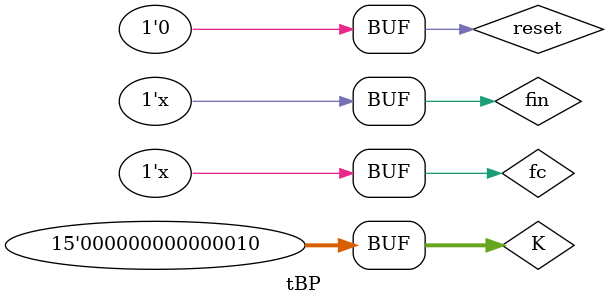
<source format=v>
module tBP();
	
	reg [14:0]K = 14'd2;
	reg fin = 0;
	wire fout;
	reg reset = 0;
	reg fc = 0;

	always 
		#1 fc = ~fc; //设置clock引脚电平的翻转

	always 
		#8 fin = ~fin; //设置clock引脚电平的翻转

	BP bpm(.fin(fin),.fout(fout),.fc(),.reset(reset),.K(K));  

endmodule 
</source>
